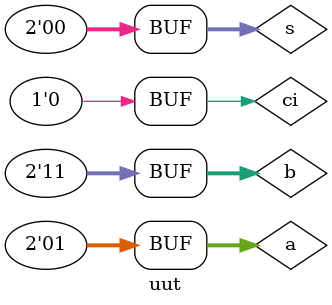
<source format=v>
`timescale 1ns / 1ps

module uut;

	reg [1:0]a;
	reg [1:0]b;
	reg [1:0]s;
	reg ci;
	wire [3:0]res;
Arith m(a,b,ci,s,res);
	initial
	begin
	 a = 2'b01;
		b = 2'b11;
	   ci = 1'b0;
	   s = 2'b11;
	
		#100
	
	  s = 2'b10;
		#100
	
	s = 2'b01;
	 
	 #100
	s = 2'b00;
	
	end
      
endmodule


</source>
